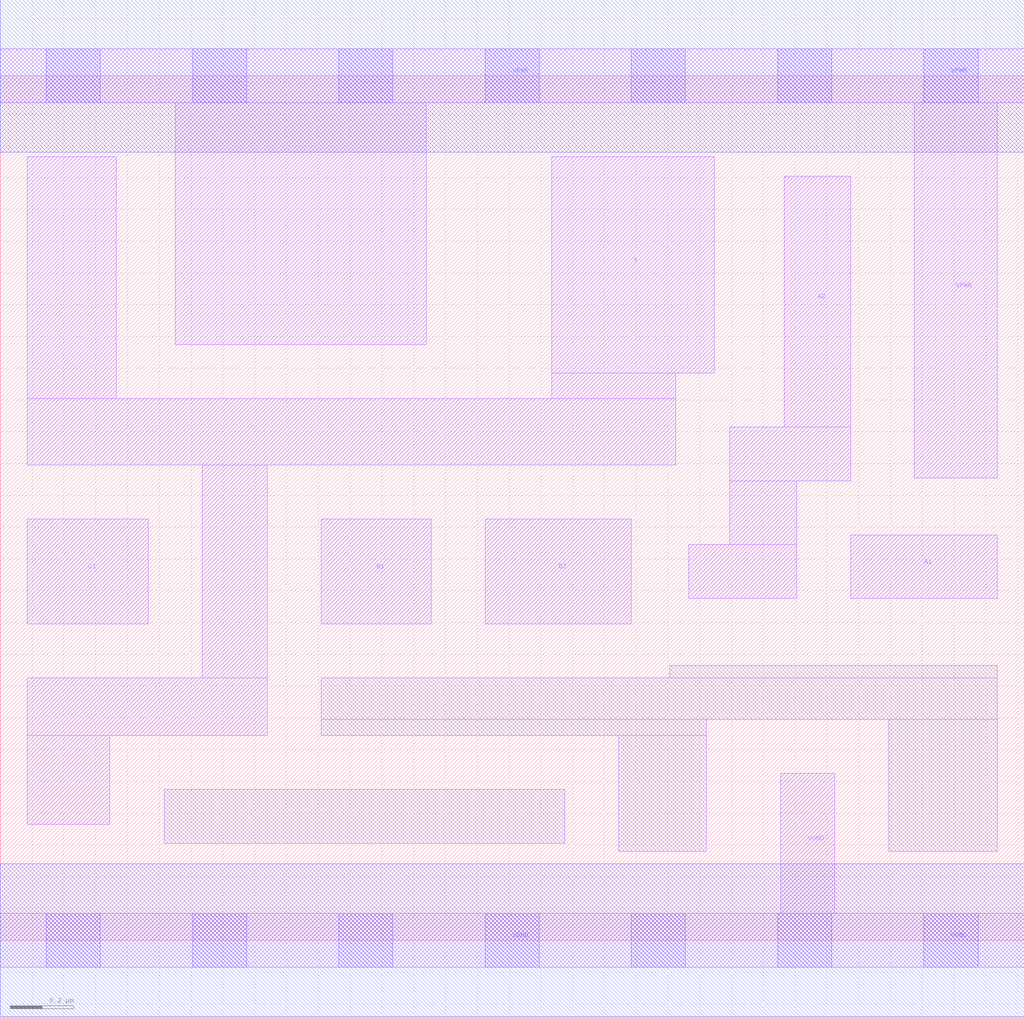
<source format=lef>
# Copyright 2020 The SkyWater PDK Authors
#
# Licensed under the Apache License, Version 2.0 (the "License");
# you may not use this file except in compliance with the License.
# You may obtain a copy of the License at
#
#     https://www.apache.org/licenses/LICENSE-2.0
#
# Unless required by applicable law or agreed to in writing, software
# distributed under the License is distributed on an "AS IS" BASIS,
# WITHOUT WARRANTIES OR CONDITIONS OF ANY KIND, either express or implied.
# See the License for the specific language governing permissions and
# limitations under the License.
#
# SPDX-License-Identifier: Apache-2.0

VERSION 5.7 ;
  NAMESCASESENSITIVE ON ;
  NOWIREEXTENSIONATPIN ON ;
  DIVIDERCHAR "/" ;
  BUSBITCHARS "[]" ;
UNITS
  DATABASE MICRONS 200 ;
END UNITS
MACRO sky130_fd_sc_hd__o221ai_1
  CLASS CORE ;
  SOURCE USER ;
  FOREIGN sky130_fd_sc_hd__o221ai_1 ;
  ORIGIN  0.000000  0.000000 ;
  SIZE  3.220000 BY  2.720000 ;
  SYMMETRY X Y R90 ;
  SITE unithd ;
  PIN A1
    ANTENNAGATEAREA  0.247500 ;
    DIRECTION INPUT ;
    USE SIGNAL ;
    PORT
      LAYER li1 ;
        RECT 2.675000 1.075000 3.135000 1.275000 ;
    END
  END A1
  PIN A2
    ANTENNAGATEAREA  0.247500 ;
    DIRECTION INPUT ;
    USE SIGNAL ;
    PORT
      LAYER li1 ;
        RECT 2.165000 1.075000 2.505000 1.245000 ;
        RECT 2.295000 1.245000 2.505000 1.445000 ;
        RECT 2.295000 1.445000 2.675000 1.615000 ;
        RECT 2.465000 1.615000 2.675000 2.405000 ;
    END
  END A2
  PIN B1
    ANTENNAGATEAREA  0.247500 ;
    DIRECTION INPUT ;
    USE SIGNAL ;
    PORT
      LAYER li1 ;
        RECT 1.010000 0.995000 1.355000 1.325000 ;
    END
  END B1
  PIN B2
    ANTENNAGATEAREA  0.247500 ;
    DIRECTION INPUT ;
    USE SIGNAL ;
    PORT
      LAYER li1 ;
        RECT 1.525000 0.995000 1.985000 1.325000 ;
    END
  END B2
  PIN C1
    ANTENNAGATEAREA  0.247500 ;
    DIRECTION INPUT ;
    USE SIGNAL ;
    PORT
      LAYER li1 ;
        RECT 0.085000 0.995000 0.465000 1.325000 ;
    END
  END C1
  PIN Y
    ANTENNADIFFAREA  0.899000 ;
    DIRECTION OUTPUT ;
    USE SIGNAL ;
    PORT
      LAYER li1 ;
        RECT 0.085000 0.365000 0.345000 0.645000 ;
        RECT 0.085000 0.645000 0.840000 0.825000 ;
        RECT 0.085000 1.495000 2.125000 1.705000 ;
        RECT 0.085000 1.705000 0.365000 2.465000 ;
        RECT 0.635000 0.825000 0.840000 1.495000 ;
        RECT 1.735000 1.705000 2.125000 1.785000 ;
        RECT 1.735000 1.785000 2.245000 2.465000 ;
    END
  END Y
  PIN VGND
    DIRECTION INOUT ;
    SHAPE ABUTMENT ;
    USE GROUND ;
    PORT
      LAYER li1 ;
        RECT 0.000000 -0.085000 3.220000 0.085000 ;
        RECT 2.455000  0.085000 2.625000 0.525000 ;
      LAYER mcon ;
        RECT 0.145000 -0.085000 0.315000 0.085000 ;
        RECT 0.605000 -0.085000 0.775000 0.085000 ;
        RECT 1.065000 -0.085000 1.235000 0.085000 ;
        RECT 1.525000 -0.085000 1.695000 0.085000 ;
        RECT 1.985000 -0.085000 2.155000 0.085000 ;
        RECT 2.445000 -0.085000 2.615000 0.085000 ;
        RECT 2.905000 -0.085000 3.075000 0.085000 ;
      LAYER met1 ;
        RECT 0.000000 -0.240000 3.220000 0.240000 ;
    END
  END VGND
  PIN VPWR
    DIRECTION INOUT ;
    SHAPE ABUTMENT ;
    USE POWER ;
    PORT
      LAYER li1 ;
        RECT 0.000000 2.635000 3.220000 2.805000 ;
        RECT 0.550000 1.875000 1.340000 2.635000 ;
        RECT 2.875000 1.455000 3.135000 2.635000 ;
      LAYER mcon ;
        RECT 0.145000 2.635000 0.315000 2.805000 ;
        RECT 0.605000 2.635000 0.775000 2.805000 ;
        RECT 1.065000 2.635000 1.235000 2.805000 ;
        RECT 1.525000 2.635000 1.695000 2.805000 ;
        RECT 1.985000 2.635000 2.155000 2.805000 ;
        RECT 2.445000 2.635000 2.615000 2.805000 ;
        RECT 2.905000 2.635000 3.075000 2.805000 ;
      LAYER met1 ;
        RECT 0.000000 2.480000 3.220000 2.960000 ;
    END
  END VPWR
  OBS
    LAYER li1 ;
      RECT 0.515000 0.305000 1.775000 0.475000 ;
      RECT 1.010000 0.645000 2.220000 0.695000 ;
      RECT 1.010000 0.695000 3.135000 0.825000 ;
      RECT 1.945000 0.280000 2.220000 0.645000 ;
      RECT 2.105000 0.825000 3.135000 0.865000 ;
      RECT 2.795000 0.280000 3.135000 0.695000 ;
  END
END sky130_fd_sc_hd__o221ai_1

</source>
